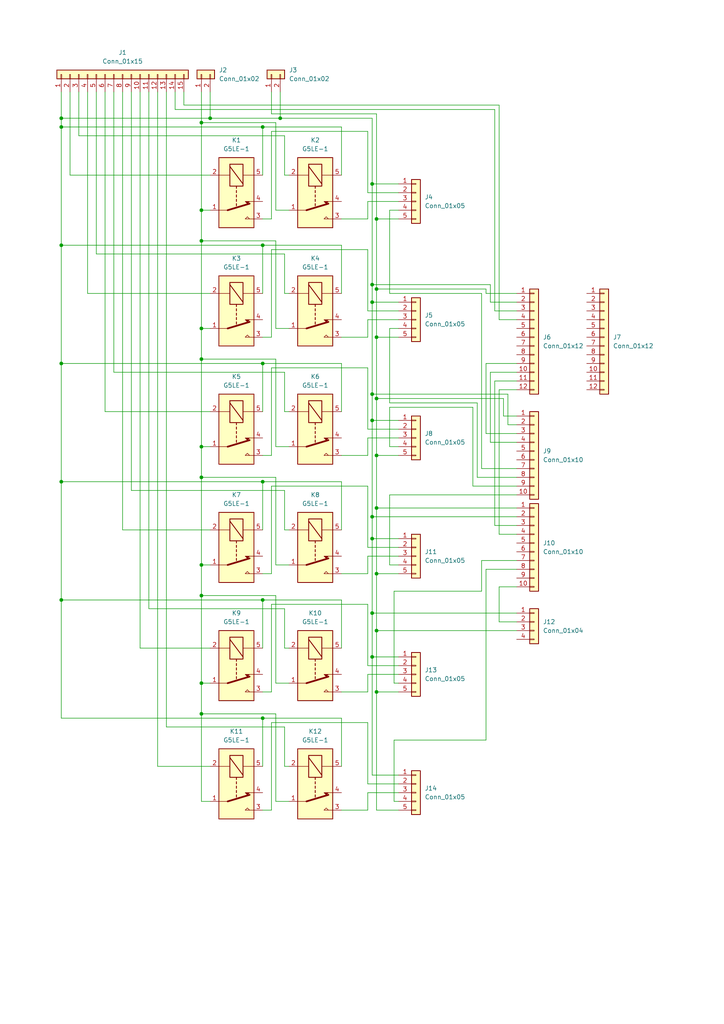
<source format=kicad_sch>
(kicad_sch (version 20211123) (generator eeschema)
  (paper "A4" portrait)
  (title_block (title "Base Module - Air") (date "2022-12-06") (rev "0.1") (company "DIKU Design"))
  (lib_symbols
    (symbol "Connector_Generic:Conn_01x02" (pin_names (offset 1.016) hide)
      (property "Reference" "J" (at 0 2.54 0))
      (property "Value" "Conn_01x02" (at 0 -5.08 0))
      (symbol "Conn_01x02_1_1"
        (rectangle (start -1.27 -2.413) (end 0 -2.667) (stroke (width 0.1524)))
        (rectangle (start -1.27 0.127) (end 0 -0.127) (stroke (width 0.1524)))
        (rectangle (start -1.27 1.27) (end 1.27 -3.81) (stroke (width 0.254)) (fill (type background)))
        (pin passive line (at -5.08 0 0) (length 3.81) (name "Pin_1") (number "1"))
        (pin passive line (at -5.08 -2.54 0) (length 3.81) (name "Pin_2") (number "2"))
      )
    )
    (symbol "Connector_Generic:Conn_01x04" (pin_names (offset 1.016) hide)
      (property "Reference" "J" (at 0 5.08 0))
      (property "Value" "Conn_01x04" (at 0 -7.62 0))
      (symbol "Conn_01x04_1_1"
        (rectangle (start -1.27 -4.953) (end 0 -5.207) (stroke (width 0.1524)))
        (rectangle (start -1.27 -2.413) (end 0 -2.667) (stroke (width 0.1524)))
        (rectangle (start -1.27 0.127) (end 0 -0.127) (stroke (width 0.1524)))
        (rectangle (start -1.27 2.667) (end 0 2.413) (stroke (width 0.1524)))
        (rectangle (start -1.27 3.81) (end 1.27 -6.35) (stroke (width 0.254)) (fill (type background)))
        (pin passive line (at -5.08 2.54 0) (length 3.81) (name "Pin_1") (number "1"))
        (pin passive line (at -5.08 0 0) (length 3.81) (name "Pin_2") (number "2"))
        (pin passive line (at -5.08 -2.54 0) (length 3.81) (name "Pin_3") (number "3"))
        (pin passive line (at -5.08 -5.08 0) (length 3.81) (name "Pin_4") (number "4"))
      )
    )
    (symbol "Connector_Generic:Conn_01x05" (pin_names (offset 1.016) hide)
      (property "Reference" "J" (at 0 7.62 0))
      (property "Value" "Conn_01x05" (at 0 -7.62 0))
      (symbol "Conn_01x05_1_1"
        (rectangle (start -1.27 -4.953) (end 0 -5.207) (stroke (width 0.1524)))
        (rectangle (start -1.27 -2.413) (end 0 -2.667) (stroke (width 0.1524)))
        (rectangle (start -1.27 0.127) (end 0 -0.127) (stroke (width 0.1524)))
        (rectangle (start -1.27 2.667) (end 0 2.413) (stroke (width 0.1524)))
        (rectangle (start -1.27 5.207) (end 0 4.953) (stroke (width 0.1524)))
        (rectangle (start -1.27 6.35) (end 1.27 -6.35) (stroke (width 0.254)) (fill (type background)))
        (pin passive line (at -5.08 5.08 0) (length 3.81) (name "Pin_1") (number "1"))
        (pin passive line (at -5.08 2.54 0) (length 3.81) (name "Pin_2") (number "2"))
        (pin passive line (at -5.08 0 0) (length 3.81) (name "Pin_3") (number "3"))
        (pin passive line (at -5.08 -2.54 0) (length 3.81) (name "Pin_4") (number "4"))
        (pin passive line (at -5.08 -5.08 0) (length 3.81) (name "Pin_5") (number "5"))
      )
    )
    (symbol "Connector_Generic:Conn_01x10" (pin_names (offset 1.016) hide)
      (property "Reference" "J" (at 0 12.7 0))
      (property "Value" "Conn_01x10" (at 0 -15.24 0))
      (symbol "Conn_01x10_1_1"
        (rectangle (start -1.27 -12.573) (end 0 -12.827) (stroke (width 0.1524)))
        (rectangle (start -1.27 -10.033) (end 0 -10.287) (stroke (width 0.1524)))
        (rectangle (start -1.27 -7.493) (end 0 -7.747) (stroke (width 0.1524)))
        (rectangle (start -1.27 -4.953) (end 0 -5.207) (stroke (width 0.1524)))
        (rectangle (start -1.27 -2.413) (end 0 -2.667) (stroke (width 0.1524)))
        (rectangle (start -1.27 0.127) (end 0 -0.127) (stroke (width 0.1524)))
        (rectangle (start -1.27 2.667) (end 0 2.413) (stroke (width 0.1524)))
        (rectangle (start -1.27 5.207) (end 0 4.953) (stroke (width 0.1524)))
        (rectangle (start -1.27 7.747) (end 0 7.493) (stroke (width 0.1524)))
        (rectangle (start -1.27 10.287) (end 0 10.033) (stroke (width 0.1524)))
        (rectangle (start -1.27 11.43) (end 1.27 -13.97) (stroke (width 0.254)) (fill (type background)))
        (pin passive line (at -5.08 10.16 0) (length 3.81) (name "Pin_1") (number "1"))
        (pin passive line (at -5.08 -12.7 0) (length 3.81) (name "Pin_10") (number "10"))
        (pin passive line (at -5.08 7.62 0) (length 3.81) (name "Pin_2") (number "2"))
        (pin passive line (at -5.08 5.08 0) (length 3.81) (name "Pin_3") (number "3"))
        (pin passive line (at -5.08 2.54 0) (length 3.81) (name "Pin_4") (number "4"))
        (pin passive line (at -5.08 0 0) (length 3.81) (name "Pin_5") (number "5"))
        (pin passive line (at -5.08 -2.54 0) (length 3.81) (name "Pin_6") (number "6"))
        (pin passive line (at -5.08 -5.08 0) (length 3.81) (name "Pin_7") (number "7"))
        (pin passive line (at -5.08 -7.62 0) (length 3.81) (name "Pin_8") (number "8"))
        (pin passive line (at -5.08 -10.16 0) (length 3.81) (name "Pin_9") (number "9"))
      )
    )
    (symbol "Connector_Generic:Conn_01x12" (pin_names (offset 1.016) hide)
      (property "Reference" "J" (at 0 15.24 0))
      (property "Value" "Conn_01x12" (at 0 -17.78 0))
      (symbol "Conn_01x12_1_1"
        (rectangle (start -1.27 -15.113) (end 0 -15.367) (stroke (width 0.1524)))
        (rectangle (start -1.27 -12.573) (end 0 -12.827) (stroke (width 0.1524)))
        (rectangle (start -1.27 -10.033) (end 0 -10.287) (stroke (width 0.1524)))
        (rectangle (start -1.27 -7.493) (end 0 -7.747) (stroke (width 0.1524)))
        (rectangle (start -1.27 -4.953) (end 0 -5.207) (stroke (width 0.1524)))
        (rectangle (start -1.27 -2.413) (end 0 -2.667) (stroke (width 0.1524)))
        (rectangle (start -1.27 0.127) (end 0 -0.127) (stroke (width 0.1524)))
        (rectangle (start -1.27 2.667) (end 0 2.413) (stroke (width 0.1524)))
        (rectangle (start -1.27 5.207) (end 0 4.953) (stroke (width 0.1524)))
        (rectangle (start -1.27 7.747) (end 0 7.493) (stroke (width 0.1524)))
        (rectangle (start -1.27 10.287) (end 0 10.033) (stroke (width 0.1524)))
        (rectangle (start -1.27 12.827) (end 0 12.573) (stroke (width 0.1524)))
        (rectangle (start -1.27 13.97) (end 1.27 -16.51) (stroke (width 0.254)) (fill (type background)))
        (pin passive line (at -5.08 12.7 0) (length 3.81) (name "Pin_1") (number "1"))
        (pin passive line (at -5.08 -10.16 0) (length 3.81) (name "Pin_10") (number "10"))
        (pin passive line (at -5.08 -12.7 0) (length 3.81) (name "Pin_11") (number "11"))
        (pin passive line (at -5.08 -15.24 0) (length 3.81) (name "Pin_12") (number "12"))
        (pin passive line (at -5.08 10.16 0) (length 3.81) (name "Pin_2") (number "2"))
        (pin passive line (at -5.08 7.62 0) (length 3.81) (name "Pin_3") (number "3"))
        (pin passive line (at -5.08 5.08 0) (length 3.81) (name "Pin_4") (number "4"))
        (pin passive line (at -5.08 2.54 0) (length 3.81) (name "Pin_5") (number "5"))
        (pin passive line (at -5.08 0 0) (length 3.81) (name "Pin_6") (number "6"))
        (pin passive line (at -5.08 -2.54 0) (length 3.81) (name "Pin_7") (number "7"))
        (pin passive line (at -5.08 -5.08 0) (length 3.81) (name "Pin_8") (number "8"))
        (pin passive line (at -5.08 -7.62 0) (length 3.81) (name "Pin_9") (number "9"))
      )
    )
    (symbol "Connector_Generic:Conn_01x15" (pin_names (offset 1.016) hide)
      (property "Reference" "J" (at 0 20.32 0))
      (property "Value" "Conn_01x15" (at 0 -20.32 0))
      (symbol "Conn_01x15_1_1"
        (rectangle (start -1.27 -17.653) (end 0 -17.907) (stroke (width 0.1524)))
        (rectangle (start -1.27 -15.113) (end 0 -15.367) (stroke (width 0.1524)))
        (rectangle (start -1.27 -12.573) (end 0 -12.827) (stroke (width 0.1524)))
        (rectangle (start -1.27 -10.033) (end 0 -10.287) (stroke (width 0.1524)))
        (rectangle (start -1.27 -7.493) (end 0 -7.747) (stroke (width 0.1524)))
        (rectangle (start -1.27 -4.953) (end 0 -5.207) (stroke (width 0.1524)))
        (rectangle (start -1.27 -2.413) (end 0 -2.667) (stroke (width 0.1524)))
        (rectangle (start -1.27 0.127) (end 0 -0.127) (stroke (width 0.1524)))
        (rectangle (start -1.27 2.667) (end 0 2.413) (stroke (width 0.1524)))
        (rectangle (start -1.27 5.207) (end 0 4.953) (stroke (width 0.1524)))
        (rectangle (start -1.27 7.747) (end 0 7.493) (stroke (width 0.1524)))
        (rectangle (start -1.27 10.287) (end 0 10.033) (stroke (width 0.1524)))
        (rectangle (start -1.27 12.827) (end 0 12.573) (stroke (width 0.1524)))
        (rectangle (start -1.27 15.367) (end 0 15.113) (stroke (width 0.1524)))
        (rectangle (start -1.27 17.907) (end 0 17.653) (stroke (width 0.1524)))
        (rectangle (start -1.27 19.05) (end 1.27 -19.05) (stroke (width 0.254)) (fill (type background)))
        (pin passive line (at -5.08 17.78 0) (length 3.81) (name "Pin_1") (number "1"))
        (pin passive line (at -5.08 -5.08 0) (length 3.81) (name "Pin_10") (number "10"))
        (pin passive line (at -5.08 -7.62 0) (length 3.81) (name "Pin_11") (number "11"))
        (pin passive line (at -5.08 -10.16 0) (length 3.81) (name "Pin_12") (number "12"))
        (pin passive line (at -5.08 -12.7 0) (length 3.81) (name "Pin_13") (number "13"))
        (pin passive line (at -5.08 -15.24 0) (length 3.81) (name "Pin_14") (number "14"))
        (pin passive line (at -5.08 -17.78 0) (length 3.81) (name "Pin_15") (number "15"))
        (pin passive line (at -5.08 15.24 0) (length 3.81) (name "Pin_2") (number "2"))
        (pin passive line (at -5.08 12.7 0) (length 3.81) (name "Pin_3") (number "3"))
        (pin passive line (at -5.08 10.16 0) (length 3.81) (name "Pin_4") (number "4"))
        (pin passive line (at -5.08 7.62 0) (length 3.81) (name "Pin_5") (number "5"))
        (pin passive line (at -5.08 5.08 0) (length 3.81) (name "Pin_6") (number "6"))
        (pin passive line (at -5.08 2.54 0) (length 3.81) (name "Pin_7") (number "7"))
        (pin passive line (at -5.08 0 0) (length 3.81) (name "Pin_8") (number "8"))
        (pin passive line (at -5.08 -2.54 0) (length 3.81) (name "Pin_9") (number "9"))
      )
    )
    (symbol "Relay:G5LE-1"
      (property "Reference" "K" (at 11.43 3.81 0))
      (property "Value" "G5LE-1" (at 11.43 1.27 0))
      (symbol "G5LE-1_0_0"
        (polyline (pts (xy 7.62 5.08) (xy 7.62 2.54) (xy 6.985 3.175) (xy 7.62 3.81)))
      )
      (symbol "G5LE-1_0_1"
        (rectangle (start -10.16 5.08) (end 10.16 -5.08) (stroke (width 0.254)) (fill (type background)))
        (rectangle (start -8.255 1.905) (end -1.905 -1.905) (stroke (width 0.254)))
        (polyline (pts (xy -7.62 -1.905) (xy -2.54 1.905)) (stroke (width 0.254)))
        (polyline (pts (xy -5.08 -5.08) (xy -5.08 -1.905)))
        (polyline (pts (xy -5.08 5.08) (xy -5.08 1.905)))
        (polyline (pts (xy -1.905 0) (xy -1.27 0)) (stroke (width 0.254)))
        (polyline (pts (xy -0.635 0) (xy 0 0)) (stroke (width 0.254)))
        (polyline (pts (xy 0.635 0) (xy 1.27 0)) (stroke (width 0.254)))
        (polyline (pts (xy 1.905 0) (xy 2.54 0)) (stroke (width 0.254)))
        (polyline (pts (xy 3.175 0) (xy 3.81 0)) (stroke (width 0.254)))
        (polyline (pts (xy 5.08 -2.54) (xy 3.175 3.81)) (stroke (width 0.508)))
        (polyline (pts (xy 5.08 -2.54) (xy 5.08 -5.08)))
        (polyline (pts (xy 2.54 5.08) (xy 2.54 2.54) (xy 3.175 3.175) (xy 2.54 3.81)) (fill (type outline)))
      )
      (symbol "G5LE-1_1_1"
        (pin passive line (at 5.08 -7.62 90) (length 2.54) (name "~") (number "1"))
        (pin passive line (at -5.08 -7.62 90) (length 2.54) (name "~") (number "2"))
        (pin passive line (at 7.62 7.62 270) (length 2.54) (name "~") (number "3"))
        (pin passive line (at 2.54 7.62 270) (length 2.54) (name "~") (number "4"))
        (pin passive line (at -5.08 7.62 270) (length 2.54) (name "~") (number "5"))
      )
    )
  )
  (junction (at 76.2 173.99))
  (junction (at 76.2 105.41))
  (junction (at 17.78 36.83))
  (junction (at 81.28 34.29))
  (junction (at 17.78 34.29))
  (junction (at 58.42 60.96))
  (junction (at 107.95 121.92))
  (junction (at 109.22 115.57))
  (junction (at 107.95 82.55))
  (junction (at 17.78 71.12))
  (junction (at 109.22 166.37))
  (junction (at 109.22 147.32))
  (junction (at 17.78 105.41))
  (junction (at 109.22 83.82))
  (junction (at 109.22 182.88))
  (junction (at 58.42 129.54))
  (junction (at 109.22 200.66))
  (junction (at 107.95 114.3))
  (junction (at 76.2 71.12))
  (junction (at 58.42 95.25))
  (junction (at 58.42 104.14))
  (junction (at 76.2 36.83))
  (junction (at 60.96 34.29))
  (junction (at 58.42 198.12))
  (junction (at 107.95 87.63))
  (junction (at 58.42 35.56))
  (junction (at 58.42 69.85))
  (junction (at 58.42 163.83))
  (junction (at 17.78 173.99))
  (junction (at 58.42 207.01))
  (junction (at 107.95 190.5))
  (junction (at 58.42 172.72))
  (junction (at 107.95 149.86))
  (junction (at 109.22 132.08))
  (junction (at 109.22 63.5))
  (junction (at 109.22 97.79))
  (junction (at 107.95 177.8))
  (junction (at 107.95 156.21))
  (junction (at 76.2 139.7))
  (junction (at 17.78 139.7))
  (junction (at 76.2 208.28))
  (junction (at 107.95 53.34))
  (junction (at 58.42 138.43))
  (wire (pts (xy 143.51 31.75) (xy 143.51 90.17)))
  (wire (pts (xy 144.78 154.94) (xy 144.78 113.03)))
  (wire (pts (xy 38.1 26.67) (xy 38.1 142.24)))
  (wire (pts (xy 107.95 87.63) (xy 107.95 82.55)))
  (wire (pts (xy 107.95 34.29) (xy 81.28 34.29)))
  (wire (pts (xy 114.3 214.63) (xy 140.97 214.63)))
  (wire (pts (xy 144.78 113.03) (xy 149.86 113.03)))
  (wire (pts (xy 83.82 232.41) (xy 80.01 232.41)))
  (wire (pts (xy 20.32 50.8) (xy 60.96 50.8)))
  (wire (pts (xy 78.74 33.02) (xy 78.74 26.67)))
  (wire (pts (xy 149.86 120.65) (xy 146.05 120.65)))
  (wire (pts (xy 25.4 85.09) (xy 60.96 85.09)))
  (wire (pts (xy 106.68 234.95) (xy 99.06 234.95)))
  (wire (pts (xy 99.06 208.28) (xy 76.2 208.28)))
  (wire (pts (xy 82.55 39.37) (xy 82.55 50.8)))
  (wire (pts (xy 106.68 227.33) (xy 115.57 227.33)))
  (wire (pts (xy 144.78 180.34) (xy 149.86 180.34)))
  (wire (pts (xy 142.24 107.95) (xy 149.86 107.95)))
  (wire (pts (xy 140.97 105.41) (xy 149.86 105.41)))
  (wire (pts (xy 139.7 85.09) (xy 139.7 135.89)))
  (wire (pts (xy 82.55 176.53) (xy 82.55 187.96)))
  (wire (pts (xy 50.8 26.67) (xy 50.8 31.75)))
  (wire (pts (xy 109.22 200.66) (xy 109.22 182.88)))
  (wire (pts (xy 109.22 97.79) (xy 109.22 83.82)))
  (wire (pts (xy 80.01 232.41) (xy 80.01 207.01)))
  (wire (pts (xy 115.57 92.71) (xy 106.68 92.71)))
  (wire (pts (xy 137.16 118.11) (xy 137.16 140.97)))
  (wire (pts (xy 114.3 232.41) (xy 114.3 214.63)))
  (wire (pts (xy 99.06 187.96) (xy 99.06 173.99)))
  (wire (pts (xy 27.94 26.67) (xy 27.94 73.66)))
  (wire (pts (xy 107.95 149.86) (xy 107.95 121.92)))
  (wire (pts (xy 22.86 39.37) (xy 82.55 39.37)))
  (wire (pts (xy 80.01 129.54) (xy 80.01 104.14)))
  (wire (pts (xy 115.57 121.92) (xy 107.95 121.92)))
  (wire (pts (xy 78.74 72.39) (xy 106.68 72.39)))
  (wire (pts (xy 115.57 127) (xy 106.68 127)))
  (wire (pts (xy 38.1 142.24) (xy 82.55 142.24)))
  (wire (pts (xy 58.42 104.14) (xy 58.42 95.25)))
  (wire (pts (xy 20.32 26.67) (xy 20.32 50.8)))
  (wire (pts (xy 76.2 132.08) (xy 78.74 132.08)))
  (wire (pts (xy 76.2 222.25) (xy 76.2 208.28)))
  (wire (pts (xy 35.56 153.67) (xy 60.96 153.67)))
  (wire (pts (xy 109.22 147.32) (xy 149.86 147.32)))
  (wire (pts (xy 80.01 163.83) (xy 80.01 138.43)))
  (wire (pts (xy 99.06 71.12) (xy 76.2 71.12)))
  (wire (pts (xy 78.74 200.66) (xy 76.2 200.66)))
  (wire (pts (xy 138.43 138.43) (xy 138.43 116.84)))
  (wire (pts (xy 60.96 232.41) (xy 58.42 232.41)))
  (wire (pts (xy 78.74 140.97) (xy 78.74 166.37)))
  (wire (pts (xy 113.03 118.11) (xy 137.16 118.11)))
  (wire (pts (xy 143.51 152.4) (xy 149.86 152.4)))
  (wire (pts (xy 140.97 165.1) (xy 149.86 165.1)))
  (wire (pts (xy 22.86 26.67) (xy 22.86 39.37)))
  (wire (pts (xy 78.74 38.1) (xy 106.68 38.1)))
  (wire (pts (xy 60.96 95.25) (xy 58.42 95.25)))
  (wire (pts (xy 82.55 187.96) (xy 83.82 187.96)))
  (wire (pts (xy 106.68 97.79) (xy 99.06 97.79)))
  (wire (pts (xy 80.01 104.14) (xy 58.42 104.14)))
  (wire (pts (xy 78.74 106.68) (xy 106.68 106.68)))
  (wire (pts (xy 58.42 207.01) (xy 58.42 198.12)))
  (wire (pts (xy 109.22 182.88) (xy 149.86 182.88)))
  (wire (pts (xy 109.22 147.32) (xy 109.22 132.08)))
  (wire (pts (xy 76.2 85.09) (xy 76.2 71.12)))
  (wire (pts (xy 106.68 90.17) (xy 115.57 90.17)))
  (wire (pts (xy 149.86 162.56) (xy 139.7 162.56)))
  (wire (pts (xy 107.95 177.8) (xy 149.86 177.8)))
  (wire (pts (xy 58.42 60.96) (xy 60.96 60.96)))
  (wire (pts (xy 142.24 107.95) (xy 142.24 128.27)))
  (wire (pts (xy 33.02 26.67) (xy 33.02 107.95)))
  (wire (pts (xy 82.55 142.24) (xy 82.55 153.67)))
  (wire (pts (xy 149.86 87.63) (xy 142.24 87.63)))
  (wire (pts (xy 149.86 138.43) (xy 138.43 138.43)))
  (wire (pts (xy 99.06 153.67) (xy 99.06 139.7)))
  (wire (pts (xy 80.01 172.72) (xy 58.42 172.72)))
  (wire (pts (xy 107.95 82.55) (xy 107.95 53.34)))
  (wire (pts (xy 43.18 26.67) (xy 43.18 176.53)))
  (wire (pts (xy 76.2 36.83) (xy 76.2 50.8)))
  (wire (pts (xy 106.68 72.39) (xy 106.68 90.17)))
  (wire (pts (xy 115.57 156.21) (xy 107.95 156.21)))
  (wire (pts (xy 115.57 87.63) (xy 107.95 87.63)))
  (wire (pts (xy 115.57 229.87) (xy 106.68 229.87)))
  (wire (pts (xy 78.74 106.68) (xy 78.74 132.08)))
  (wire (pts (xy 115.57 129.54) (xy 113.03 129.54)))
  (wire (pts (xy 107.95 177.8) (xy 107.95 156.21)))
  (wire (pts (xy 109.22 166.37) (xy 109.22 147.32)))
  (wire (pts (xy 76.2 208.28) (xy 17.78 208.28)))
  (wire (pts (xy 82.55 210.82) (xy 82.55 222.25)))
  (wire (pts (xy 115.57 58.42) (xy 106.68 58.42)))
  (wire (pts (xy 76.2 119.38) (xy 76.2 105.41)))
  (wire (pts (xy 45.72 222.25) (xy 60.96 222.25)))
  (wire (pts (xy 76.2 105.41) (xy 17.78 105.41)))
  (wire (pts (xy 106.68 63.5) (xy 99.06 63.5)))
  (wire (pts (xy 17.78 36.83) (xy 76.2 36.83)))
  (wire (pts (xy 99.06 105.41) (xy 76.2 105.41)))
  (wire (pts (xy 78.74 140.97) (xy 106.68 140.97)))
  (wire (pts (xy 80.01 138.43) (xy 58.42 138.43)))
  (wire (pts (xy 142.24 128.27) (xy 149.86 128.27)))
  (wire (pts (xy 115.57 53.34) (xy 107.95 53.34)))
  (wire (pts (xy 109.22 132.08) (xy 109.22 115.57)))
  (wire (pts (xy 60.96 163.83) (xy 58.42 163.83)))
  (wire (pts (xy 106.68 106.68) (xy 106.68 124.46)))
  (wire (pts (xy 109.22 63.5) (xy 115.57 63.5)))
  (wire (pts (xy 78.74 175.26) (xy 78.74 200.66)))
  (wire (pts (xy 106.68 140.97) (xy 106.68 158.75)))
  (wire (pts (xy 113.03 129.54) (xy 113.03 118.11)))
  (wire (pts (xy 33.02 107.95) (xy 82.55 107.95)))
  (wire (pts (xy 76.2 139.7) (xy 17.78 139.7)))
  (wire (pts (xy 58.42 35.56) (xy 58.42 60.96)))
  (wire (pts (xy 43.18 176.53) (xy 82.55 176.53)))
  (wire (pts (xy 139.7 135.89) (xy 149.86 135.89)))
  (wire (pts (xy 149.86 85.09) (xy 140.97 85.09)))
  (wire (pts (xy 81.28 26.67) (xy 81.28 34.29)))
  (wire (pts (xy 106.68 92.71) (xy 106.68 97.79)))
  (wire (pts (xy 76.2 153.67) (xy 76.2 139.7)))
  (wire (pts (xy 45.72 26.67) (xy 45.72 222.25)))
  (wire (pts (xy 137.16 140.97) (xy 149.86 140.97)))
  (wire (pts (xy 113.03 60.96) (xy 113.03 85.09)))
  (wire (pts (xy 82.55 85.09) (xy 83.82 85.09)))
  (wire (pts (xy 48.26 26.67) (xy 48.26 210.82)))
  (wire (pts (xy 40.64 26.67) (xy 40.64 187.96)))
  (wire (pts (xy 30.48 119.38) (xy 60.96 119.38)))
  (wire (pts (xy 58.42 198.12) (xy 58.42 172.72)))
  (wire (pts (xy 115.57 224.79) (xy 107.95 224.79)))
  (wire (pts (xy 106.68 209.55) (xy 106.68 227.33)))
  (wire (pts (xy 58.42 26.67) (xy 58.42 35.56)))
  (wire (pts (xy 17.78 173.99) (xy 17.78 139.7)))
  (wire (pts (xy 78.74 63.5) (xy 76.2 63.5)))
  (wire (pts (xy 140.97 105.41) (xy 140.97 125.73)))
  (wire (pts (xy 83.82 163.83) (xy 80.01 163.83)))
  (wire (pts (xy 27.94 73.66) (xy 82.55 73.66)))
  (wire (pts (xy 149.86 170.18) (xy 144.78 170.18)))
  (wire (pts (xy 109.22 234.95) (xy 109.22 200.66)))
  (wire (pts (xy 78.74 38.1) (xy 78.74 63.5)))
  (wire (pts (xy 80.01 95.25) (xy 80.01 69.85)))
  (wire (pts (xy 60.96 129.54) (xy 58.42 129.54)))
  (wire (pts (xy 113.03 85.09) (xy 139.7 85.09)))
  (wire (pts (xy 106.68 158.75) (xy 115.57 158.75)))
  (wire (pts (xy 106.68 195.58) (xy 106.68 200.66)))
  (wire (pts (xy 82.55 222.25) (xy 83.82 222.25)))
  (wire (pts (xy 140.97 125.73) (xy 149.86 125.73)))
  (wire (pts (xy 143.51 110.49) (xy 143.51 152.4)))
  (wire (pts (xy 80.01 207.01) (xy 58.42 207.01)))
  (wire (pts (xy 107.95 224.79) (xy 107.95 190.5)))
  (wire (pts (xy 146.05 115.57) (xy 109.22 115.57)))
  (wire (pts (xy 58.42 232.41) (xy 58.42 207.01)))
  (wire (pts (xy 115.57 234.95) (xy 109.22 234.95)))
  (wire (pts (xy 143.51 110.49) (xy 149.86 110.49)))
  (wire (pts (xy 76.2 187.96) (xy 76.2 173.99)))
  (wire (pts (xy 107.95 53.34) (xy 107.95 34.29)))
  (wire (pts (xy 106.68 58.42) (xy 106.68 63.5)))
  (wire (pts (xy 80.01 35.56) (xy 58.42 35.56)))
  (wire (pts (xy 106.68 38.1) (xy 106.68 55.88)))
  (wire (pts (xy 146.05 120.65) (xy 146.05 115.57)))
  (wire (pts (xy 99.06 173.99) (xy 76.2 173.99)))
  (wire (pts (xy 115.57 163.83) (xy 113.03 163.83)))
  (wire (pts (xy 30.48 26.67) (xy 30.48 119.38)))
  (wire (pts (xy 106.68 132.08) (xy 99.06 132.08)))
  (wire (pts (xy 142.24 82.55) (xy 107.95 82.55)))
  (wire (pts (xy 48.26 210.82) (xy 82.55 210.82)))
  (wire (pts (xy 83.82 60.96) (xy 80.01 60.96)))
  (wire (pts (xy 139.7 171.45) (xy 114.3 171.45)))
  (wire (pts (xy 58.42 129.54) (xy 58.42 104.14)))
  (wire (pts (xy 109.22 200.66) (xy 115.57 200.66)))
  (wire (pts (xy 113.03 95.25) (xy 113.03 116.84)))
  (wire (pts (xy 78.74 175.26) (xy 106.68 175.26)))
  (wire (pts (xy 107.95 156.21) (xy 107.95 149.86)))
  (wire (pts (xy 115.57 232.41) (xy 114.3 232.41)))
  (wire (pts (xy 76.2 173.99) (xy 17.78 173.99)))
  (wire (pts (xy 82.55 119.38) (xy 83.82 119.38)))
  (wire (pts (xy 17.78 208.28) (xy 17.78 173.99)))
  (wire (pts (xy 139.7 162.56) (xy 139.7 171.45)))
  (wire (pts (xy 53.34 26.67) (xy 53.34 30.48)))
  (wire (pts (xy 115.57 190.5) (xy 107.95 190.5)))
  (wire (pts (xy 106.68 124.46) (xy 115.57 124.46)))
  (wire (pts (xy 149.86 123.19) (xy 147.32 123.19)))
  (wire (pts (xy 60.96 26.67) (xy 60.96 34.29)))
  (wire (pts (xy 140.97 85.09) (xy 140.97 83.82)))
  (wire (pts (xy 99.06 139.7) (xy 76.2 139.7)))
  (wire (pts (xy 76.2 71.12) (xy 17.78 71.12)))
  (wire (pts (xy 115.57 60.96) (xy 113.03 60.96)))
  (wire (pts (xy 99.06 166.37) (xy 106.68 166.37)))
  (wire (pts (xy 58.42 95.25) (xy 58.42 69.85)))
  (wire (pts (xy 76.2 234.95) (xy 78.74 234.95)))
  (wire (pts (xy 78.74 97.79) (xy 76.2 97.79)))
  (wire (pts (xy 17.78 71.12) (xy 17.78 36.83)))
  (wire (pts (xy 99.06 119.38) (xy 99.06 105.41)))
  (wire (pts (xy 35.56 26.67) (xy 35.56 153.67)))
  (wire (pts (xy 144.78 170.18) (xy 144.78 180.34)))
  (wire (pts (xy 58.42 172.72) (xy 58.42 163.83)))
  (wire (pts (xy 83.82 129.54) (xy 80.01 129.54)))
  (wire (pts (xy 17.78 26.67) (xy 17.78 34.29)))
  (wire (pts (xy 78.74 166.37) (xy 76.2 166.37)))
  (wire (pts (xy 107.95 149.86) (xy 149.86 149.86)))
  (wire (pts (xy 78.74 209.55) (xy 106.68 209.55)))
  (wire (pts (xy 113.03 143.51) (xy 149.86 143.51)))
  (wire (pts (xy 109.22 115.57) (xy 109.22 97.79)))
  (wire (pts (xy 99.06 222.25) (xy 99.06 208.28)))
  (wire (pts (xy 82.55 50.8) (xy 83.82 50.8)))
  (wire (pts (xy 109.22 33.02) (xy 78.74 33.02)))
  (wire (pts (xy 144.78 30.48) (xy 144.78 92.71)))
  (wire (pts (xy 58.42 163.83) (xy 58.42 138.43)))
  (wire (pts (xy 115.57 198.12) (xy 114.3 198.12)))
  (wire (pts (xy 109.22 132.08) (xy 115.57 132.08)))
  (wire (pts (xy 25.4 26.67) (xy 25.4 85.09)))
  (wire (pts (xy 142.24 87.63) (xy 142.24 82.55)))
  (wire (pts (xy 99.06 50.8) (xy 99.06 36.83)))
  (wire (pts (xy 106.68 175.26) (xy 106.68 193.04)))
  (wire (pts (xy 109.22 97.79) (xy 115.57 97.79)))
  (wire (pts (xy 143.51 90.17) (xy 149.86 90.17)))
  (wire (pts (xy 60.96 198.12) (xy 58.42 198.12)))
  (wire (pts (xy 107.95 190.5) (xy 107.95 177.8)))
  (wire (pts (xy 109.22 182.88) (xy 109.22 166.37)))
  (wire (pts (xy 58.42 69.85) (xy 58.42 60.96)))
  (wire (pts (xy 99.06 85.09) (xy 99.06 71.12)))
  (wire (pts (xy 58.42 138.43) (xy 58.42 129.54)))
  (wire (pts (xy 106.68 229.87) (xy 106.68 234.95)))
  (wire (pts (xy 107.95 121.92) (xy 107.95 114.3)))
  (wire (pts (xy 106.68 127) (xy 106.68 132.08)))
  (wire (pts (xy 147.32 123.19) (xy 147.32 114.3)))
  (wire (pts (xy 99.06 36.83) (xy 76.2 36.83)))
  (wire (pts (xy 78.74 234.95) (xy 78.74 209.55)))
  (wire (pts (xy 144.78 92.71) (xy 149.86 92.71)))
  (wire (pts (xy 17.78 34.29) (xy 17.78 36.83)))
  (wire (pts (xy 109.22 166.37) (xy 115.57 166.37)))
  (wire (pts (xy 80.01 198.12) (xy 80.01 172.72)))
  (wire (pts (xy 81.28 34.29) (xy 60.96 34.29)))
  (wire (pts (xy 106.68 55.88) (xy 115.57 55.88)))
  (wire (pts (xy 140.97 83.82) (xy 109.22 83.82)))
  (wire (pts (xy 80.01 60.96) (xy 80.01 35.56)))
  (wire (pts (xy 80.01 69.85) (xy 58.42 69.85)))
  (wire (pts (xy 147.32 114.3) (xy 107.95 114.3)))
  (wire (pts (xy 78.74 72.39) (xy 78.74 97.79)))
  (wire (pts (xy 53.34 30.48) (xy 144.78 30.48)))
  (wire (pts (xy 83.82 198.12) (xy 80.01 198.12)))
  (wire (pts (xy 106.68 161.29) (xy 106.68 166.37)))
  (wire (pts (xy 140.97 214.63) (xy 140.97 165.1)))
  (wire (pts (xy 17.78 105.41) (xy 17.78 71.12)))
  (wire (pts (xy 82.55 153.67) (xy 83.82 153.67)))
  (wire (pts (xy 115.57 161.29) (xy 106.68 161.29)))
  (wire (pts (xy 82.55 73.66) (xy 82.55 85.09)))
  (wire (pts (xy 138.43 116.84) (xy 113.03 116.84)))
  (wire (pts (xy 106.68 200.66) (xy 99.06 200.66)))
  (wire (pts (xy 107.95 114.3) (xy 107.95 87.63)))
  (wire (pts (xy 114.3 198.12) (xy 114.3 171.45)))
  (wire (pts (xy 115.57 195.58) (xy 106.68 195.58)))
  (wire (pts (xy 109.22 63.5) (xy 109.22 33.02)))
  (wire (pts (xy 149.86 154.94) (xy 144.78 154.94)))
  (wire (pts (xy 109.22 83.82) (xy 109.22 63.5)))
  (wire (pts (xy 17.78 34.29) (xy 60.96 34.29)))
  (wire (pts (xy 17.78 139.7) (xy 17.78 105.41)))
  (wire (pts (xy 106.68 193.04) (xy 115.57 193.04)))
  (wire (pts (xy 82.55 107.95) (xy 82.55 119.38)))
  (wire (pts (xy 50.8 31.75) (xy 143.51 31.75)))
  (wire (pts (xy 115.57 95.25) (xy 113.03 95.25)))
  (wire (pts (xy 40.64 187.96) (xy 60.96 187.96)))
  (wire (pts (xy 83.82 95.25) (xy 80.01 95.25)))
  (wire (pts (xy 113.03 163.83) (xy 113.03 143.51)))
  (symbol (lib_id "Relay:G5LE-1") (at 68.58 193.04 270) (unit 1)
    (property "Reference" "K9" (at 68.58 177.8 90))
    (property "Value" "G5LE-1" (at 68.58 180.34 90))
    (property "Footprint" "Relay_THT:Relay_SPDT_Omron-G5LE-1" (effects hide))
    (property "Datasheet" "http://www.omron.com/ecb/products/pdf/en-g5le.pdf" (effects hide))
  )
  (symbol (lib_id "Relay:G5LE-1") (at 68.58 227.33 270) (unit 1)
    (property "Reference" "K11" (at 68.58 212.09 90))
    (property "Value" "G5LE-1" (at 68.58 214.63 90))
    (property "Footprint" "Relay_THT:Relay_SPDT_Omron-G5LE-1" (effects hide))
    (property "Datasheet" "http://www.omron.com/ecb/products/pdf/en-g5le.pdf" (effects hide))
  )
  (symbol (lib_id "Relay:G5LE-1") (at 68.58 55.88 270) (unit 1)
    (property "Reference" "K1" (at 68.58 40.64 90))
    (property "Value" "G5LE-1" (at 68.58 43.18 90))
    (property "Footprint" "Relay_THT:Relay_SPDT_Omron-G5LE-1" (effects hide))
    (property "Datasheet" "http://www.omron.com/ecb/products/pdf/en-g5le.pdf" (effects hide))
  )
  (symbol (lib_id "Relay:G5LE-1") (at 68.58 158.75 270) (unit 1)
    (property "Reference" "K7" (at 68.58 143.51 90))
    (property "Value" "G5LE-1" (at 68.58 146.05 90))
    (property "Footprint" "Relay_THT:Relay_SPDT_Omron-G5LE-1" (effects hide))
    (property "Datasheet" "http://www.omron.com/ecb/products/pdf/en-g5le.pdf" (effects hide))
  )
  (symbol (lib_id "Relay:G5LE-1") (at 91.44 227.33 270) (unit 1)
    (property "Reference" "K12" (at 91.44 212.09 90))
    (property "Value" "G5LE-1" (at 91.44 214.63 90))
    (property "Footprint" "Relay_THT:Relay_SPDT_Omron-G5LE-1" (effects hide))
    (property "Datasheet" "http://www.omron.com/ecb/products/pdf/en-g5le.pdf" (effects hide))
  )
  (symbol (lib_id "Relay:G5LE-1") (at 91.44 193.04 270) (unit 1)
    (property "Reference" "K10" (at 91.44 177.8 90))
    (property "Value" "G5LE-1" (at 91.44 180.34 90))
    (property "Footprint" "Relay_THT:Relay_SPDT_Omron-G5LE-1" (effects hide))
    (property "Datasheet" "http://www.omron.com/ecb/products/pdf/en-g5le.pdf" (effects hide))
  )
  (symbol (lib_id "Connector_Generic:Conn_01x02") (at 78.74 21.59 90) (unit 1)
    (property "Reference" "J3" (at 83.82 20.3199 90) (effects (justify right)))
    (property "Value" "Conn_01x02" (at 83.82 22.8599 90) (effects (justify right)))
    (property "Footprint" "Connector_PinHeader_2.54mm:PinHeader_1x02_P2.54mm_Vertical" (effects hide))
  )
  (symbol (lib_id "Relay:G5LE-1") (at 68.58 90.17 270) (unit 1)
    (property "Reference" "K3" (at 68.58 74.93 90))
    (property "Value" "G5LE-1" (at 68.58 77.47 90))
    (property "Footprint" "Relay_THT:Relay_SPDT_Omron-G5LE-1" (effects hide))
    (property "Datasheet" "http://www.omron.com/ecb/products/pdf/en-g5le.pdf" (effects hide))
  )
  (symbol (lib_id "Connector_Generic:Conn_01x05") (at 120.65 58.42 0) (unit 1)
    (property "Reference" "J4" (at 123.19 57.1499 0) (effects (justify left)))
    (property "Value" "Conn_01x05" (at 123.19 59.6899 0) (effects (justify left)))
    (property "Footprint" "Connector_PinHeader_2.54mm:PinHeader_1x05_P2.54mm_Vertical" (effects hide))
  )
  (symbol (lib_id "Relay:G5LE-1") (at 91.44 55.88 270) (unit 1)
    (property "Reference" "K2" (at 91.44 40.64 90))
    (property "Value" "G5LE-1" (at 91.44 43.18 90))
    (property "Footprint" "Relay_THT:Relay_SPDT_Omron-G5LE-1" (effects hide))
    (property "Datasheet" "http://www.omron.com/ecb/products/pdf/en-g5le.pdf" (effects hide))
  )
  (symbol (lib_id "Connector_Generic:Conn_01x05") (at 120.65 229.87 0) (unit 1)
    (property "Reference" "J14" (at 123.19 228.5999 0) (effects (justify left)))
    (property "Value" "Conn_01x05" (at 123.19 231.1399 0) (effects (justify left)))
    (property "Footprint" "Connector_PinHeader_2.54mm:PinHeader_1x05_P2.54mm_Vertical" (effects hide))
  )
  (symbol (lib_id "Connector_Generic:Conn_01x04") (at 154.94 180.34 0) (unit 1)
    (property "Reference" "J12" (at 157.48 180.3399 0) (effects (justify left)))
    (property "Value" "Conn_01x04" (at 157.48 182.8799 0) (effects (justify left)))
    (property "Footprint" "Connector_PinHeader_2.54mm:PinHeader_1x04_P2.54mm_Vertical" (effects hide))
  )
  (symbol (lib_id "Connector_Generic:Conn_01x12") (at 154.94 97.79 0) (unit 1)
    (property "Reference" "J6" (at 157.48 97.7899 0) (effects (justify left)))
    (property "Value" "Conn_01x12" (at 157.48 100.3299 0) (effects (justify left)))
    (property "Footprint" "Connector_PinHeader_2.54mm:PinHeader_1x12_P2.54mm_Vertical" (effects hide))
  )
  (symbol (lib_id "Connector_Generic:Conn_01x12") (at 175.26 97.79 0) (unit 1)
    (property "Reference" "J7" (at 177.8 97.7899 0) (effects (justify left)))
    (property "Value" "Conn_01x12" (at 177.8 100.3299 0) (effects (justify left)))
    (property "Footprint" "Connector_PinHeader_2.54mm:PinHeader_1x12_P2.54mm_Vertical" (effects hide))
  )
  (symbol (lib_id "Connector_Generic:Conn_01x10") (at 154.94 157.48 0) (unit 1)
    (property "Reference" "J10" (at 157.48 157.4799 0) (effects (justify left)))
    (property "Value" "Conn_01x10" (at 157.48 160.0199 0) (effects (justify left)))
    (property "Footprint" "Connector_PinHeader_2.54mm:PinHeader_1x10_P2.54mm_Vertical" (effects hide))
  )
  (symbol (lib_id "Connector_Generic:Conn_01x05") (at 120.65 127 0) (unit 1)
    (property "Reference" "J8" (at 123.19 125.7299 0) (effects (justify left)))
    (property "Value" "Conn_01x05" (at 123.19 128.2699 0) (effects (justify left)))
    (property "Footprint" "Connector_PinHeader_2.54mm:PinHeader_1x05_P2.54mm_Vertical" (effects hide))
  )
  (symbol (lib_id "Relay:G5LE-1") (at 68.58 124.46 270) (unit 1)
    (property "Reference" "K5" (at 68.58 109.22 90))
    (property "Value" "G5LE-1" (at 68.58 111.76 90))
    (property "Footprint" "Relay_THT:Relay_SPDT_Omron-G5LE-1" (effects hide))
    (property "Datasheet" "http://www.omron.com/ecb/products/pdf/en-g5le.pdf" (effects hide))
  )
  (symbol (lib_id "Connector_Generic:Conn_01x02") (at 58.42 21.59 90) (unit 1)
    (property "Reference" "J2" (at 63.5 20.3199 90) (effects (justify right)))
    (property "Value" "Conn_01x02" (at 63.5 22.8599 90) (effects (justify right)))
    (property "Footprint" "Connector_PinHeader_2.54mm:PinHeader_1x02_P2.54mm_Vertical" (effects hide))
  )
  (symbol (lib_id "Connector_Generic:Conn_01x15") (at 35.56 21.59 90) (unit 1)
    (property "Reference" "J1" (at 35.56 15.24 90))
    (property "Value" "Conn_01x15" (at 35.56 17.78 90))
    (property "Footprint" "Connector_PinHeader_2.54mm:PinHeader_1x15_P2.54mm_Vertical" (effects hide))
  )
  (symbol (lib_id "Relay:G5LE-1") (at 91.44 90.17 270) (unit 1)
    (property "Reference" "K4" (at 91.44 74.93 90))
    (property "Value" "G5LE-1" (at 91.44 77.47 90))
    (property "Footprint" "Relay_THT:Relay_SPDT_Omron-G5LE-1" (effects hide))
    (property "Datasheet" "http://www.omron.com/ecb/products/pdf/en-g5le.pdf" (effects hide))
  )
  (symbol (lib_id "Connector_Generic:Conn_01x10") (at 154.94 130.81 0) (unit 1)
    (property "Reference" "J9" (at 157.48 130.8099 0) (effects (justify left)))
    (property "Value" "Conn_01x10" (at 157.48 133.3499 0) (effects (justify left)))
    (property "Footprint" "Connector_PinHeader_2.54mm:PinHeader_1x10_P2.54mm_Vertical" (effects hide))
  )
  (symbol (lib_id "Connector_Generic:Conn_01x05") (at 120.65 92.71 0) (unit 1)
    (property "Reference" "J5" (at 123.19 91.4399 0) (effects (justify left)))
    (property "Value" "Conn_01x05" (at 123.19 93.9799 0) (effects (justify left)))
    (property "Footprint" "Connector_PinHeader_2.54mm:PinHeader_1x05_P2.54mm_Vertical" (effects hide))
  )
  (symbol (lib_id "Connector_Generic:Conn_01x05") (at 120.65 195.58 0) (unit 1)
    (property "Reference" "J13" (at 123.19 194.3099 0) (effects (justify left)))
    (property "Value" "Conn_01x05" (at 123.19 196.8499 0) (effects (justify left)))
    (property "Footprint" "Connector_PinHeader_2.54mm:PinHeader_1x05_P2.54mm_Vertical" (effects hide))
  )
  (symbol (lib_id "Connector_Generic:Conn_01x05") (at 120.65 161.29 0) (unit 1)
    (property "Reference" "J11" (at 123.19 160.0199 0) (effects (justify left)))
    (property "Value" "Conn_01x05" (at 123.19 162.5599 0) (effects (justify left)))
    (property "Footprint" "Connector_PinHeader_2.54mm:PinHeader_1x05_P2.54mm_Vertical" (effects hide))
  )
  (symbol (lib_id "Relay:G5LE-1") (at 91.44 124.46 270) (unit 1)
    (property "Reference" "K6" (at 91.44 109.22 90))
    (property "Value" "G5LE-1" (at 91.44 111.76 90))
    (property "Footprint" "Relay_THT:Relay_SPDT_Omron-G5LE-1" (effects hide))
    (property "Datasheet" "http://www.omron.com/ecb/products/pdf/en-g5le.pdf" (effects hide))
  )
  (symbol (lib_id "Relay:G5LE-1") (at 91.44 158.75 270) (unit 1)
    (property "Reference" "K8" (at 91.44 143.51 90))
    (property "Value" "G5LE-1" (at 91.44 146.05 90))
    (property "Footprint" "Relay_THT:Relay_SPDT_Omron-G5LE-1" (effects hide))
    (property "Datasheet" "http://www.omron.com/ecb/products/pdf/en-g5le.pdf" (effects hide))
  )
)
</source>
